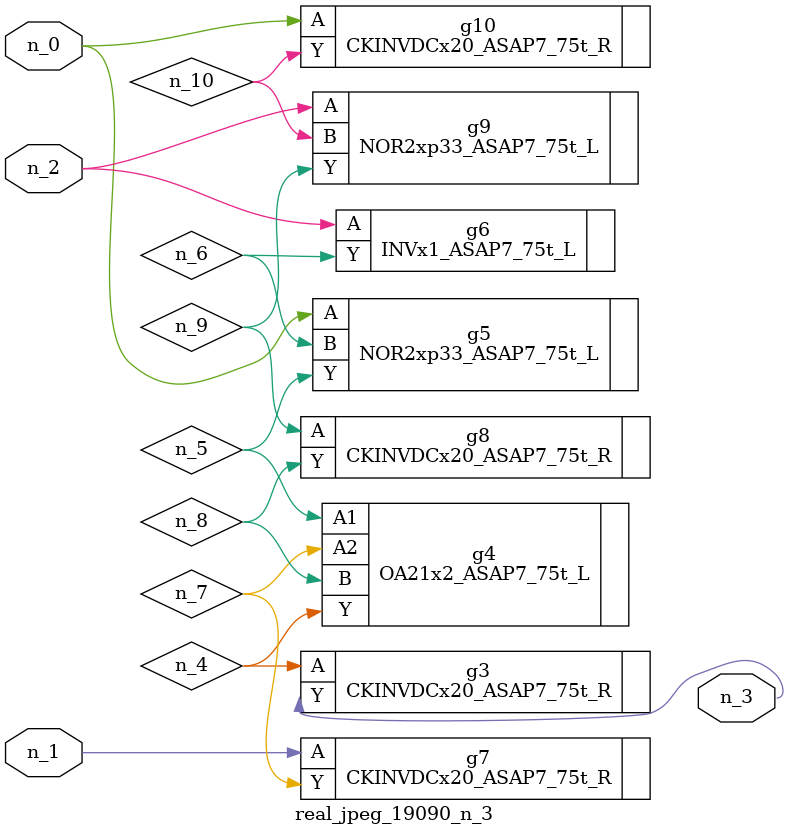
<source format=v>
module real_jpeg_19090_n_3 (n_1, n_0, n_2, n_3);

input n_1;
input n_0;
input n_2;

output n_3;

wire n_5;
wire n_4;
wire n_8;
wire n_6;
wire n_7;
wire n_10;
wire n_9;

NOR2xp33_ASAP7_75t_L g5 ( 
.A(n_0),
.B(n_6),
.Y(n_5)
);

CKINVDCx20_ASAP7_75t_R g10 ( 
.A(n_0),
.Y(n_10)
);

CKINVDCx20_ASAP7_75t_R g7 ( 
.A(n_1),
.Y(n_7)
);

INVx1_ASAP7_75t_L g6 ( 
.A(n_2),
.Y(n_6)
);

NOR2xp33_ASAP7_75t_L g9 ( 
.A(n_2),
.B(n_10),
.Y(n_9)
);

CKINVDCx20_ASAP7_75t_R g3 ( 
.A(n_4),
.Y(n_3)
);

OA21x2_ASAP7_75t_L g4 ( 
.A1(n_5),
.A2(n_7),
.B(n_8),
.Y(n_4)
);

CKINVDCx20_ASAP7_75t_R g8 ( 
.A(n_9),
.Y(n_8)
);


endmodule
</source>
